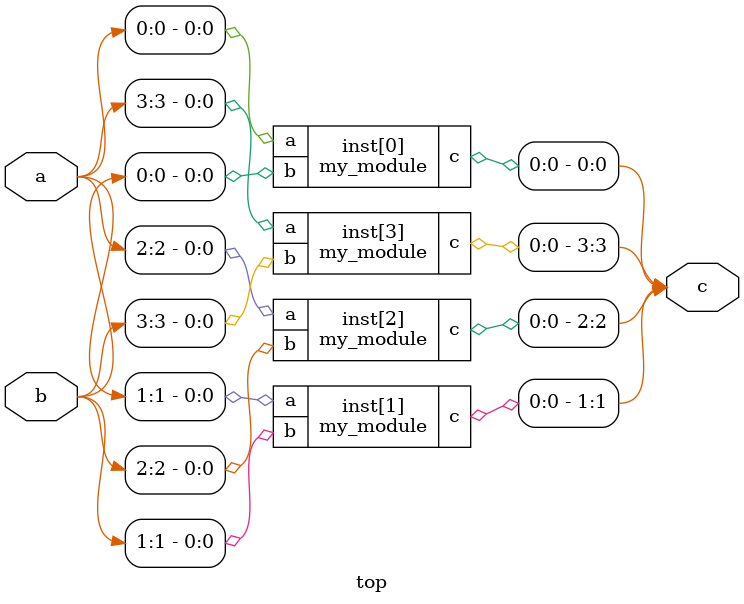
<source format=v>
module my_module (a, b, c);
   input  a, b;
   output c;
   assign c = a & b;
endmodule

module top (a, b, c);
   input [3:0]  a, b;
   output [3:0] c;
   my_module inst [3:0] (a, b, c);
endmodule

</source>
